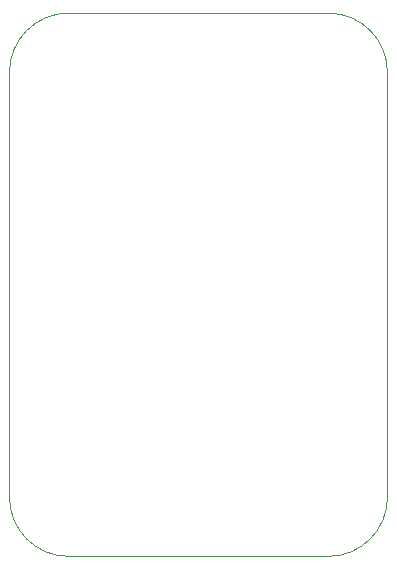
<source format=gbr>
G04 Generated by Ultiboard 13.0 *
%FSLAX24Y24*%
%MOIN*%

%ADD11C,0.0001*%


G04 ColorRGB 00FFFF for the following layer *
%LNBoard Outline*%
%LPD*%
G54D10*
G54D11*
X-28369Y23032D02*
X-28369Y8858D01*
G75*
D01*
G03X-26400Y6890I1969J1*
G01*
X-17739Y6890D01*
G75*
D01*
G03X-15770Y8858I1J1968*
G01*
X-15770Y23032D01*
G74*
D01*
G03X-17739Y25000I1969J1*
G01*
X-26400Y25000D01*
G75*
D01*
G03X-28369Y23032I-1J-1968*
G01*

M02*

</source>
